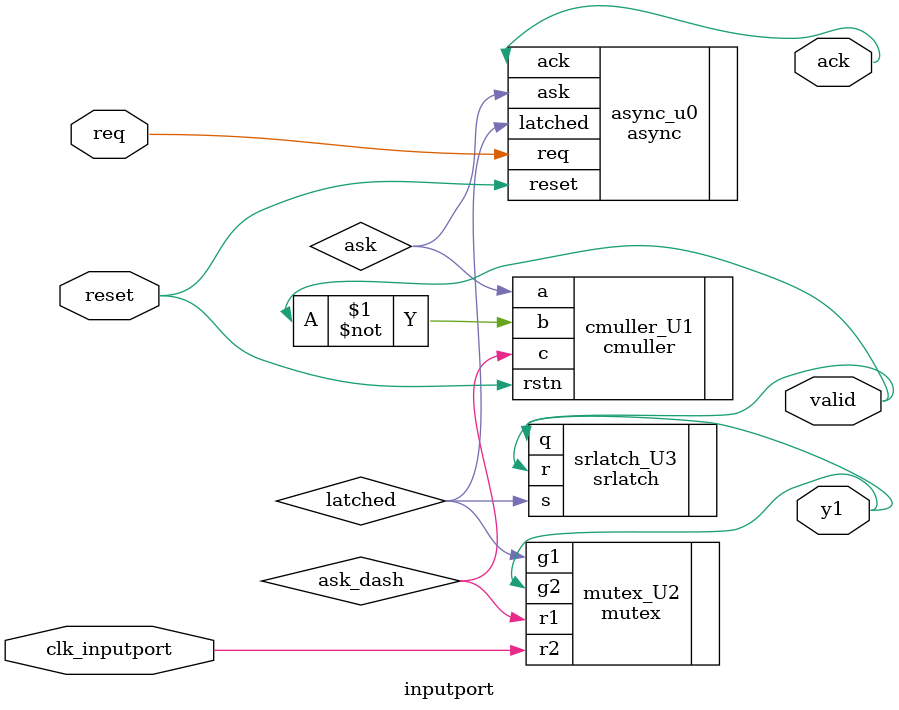
<source format=v>
`include "timescale.v"
module inputport(/*AUTOARG*/
   // Outputs
   valid, ack, y1,
   // Inputs
   clk_inputport, reset, req
   );
`include "def.v"

   output valid, ack, y1;
   input  clk_inputport, reset, req;

   /*AUTOREG*/
   // Beginning of automatic regs (for this module's undeclared outputs)
   wire   y1;
   // End of automatics

   wire   ask, ask_dash, latched, valid;
   
   async async_u0(/*AUTOINST*/
		  // Outputs
		  .ack			(ack),
		  .ask			(ask),
		  // Inputs
		  .latched		(latched),
		  .req			(req),
		  .reset		(reset));

   cmuller cmuller_U1(/*AUTOINST*/
		      // Outputs
		      .c		(ask_dash),
		      // Inputs
		      .a		(ask),
		      .b		(~valid),
		      .rstn		(reset));
   
   mutex mutex_U2(/*AUTOINST*/
		  // Outputs
		  .g1			(latched),
		  .g2			(y1),
		  // Inputs
		  .r1			(ask_dash),
		  .r2			(clk_inputport));
   
   srlatch srlatch_U3(/*AUTOINST*/
		      // Outputs
		      .q		(valid),
		      // Inputs
		      .s		(latched),
		      .r		(y1));
   
endmodule // inputport

</source>
